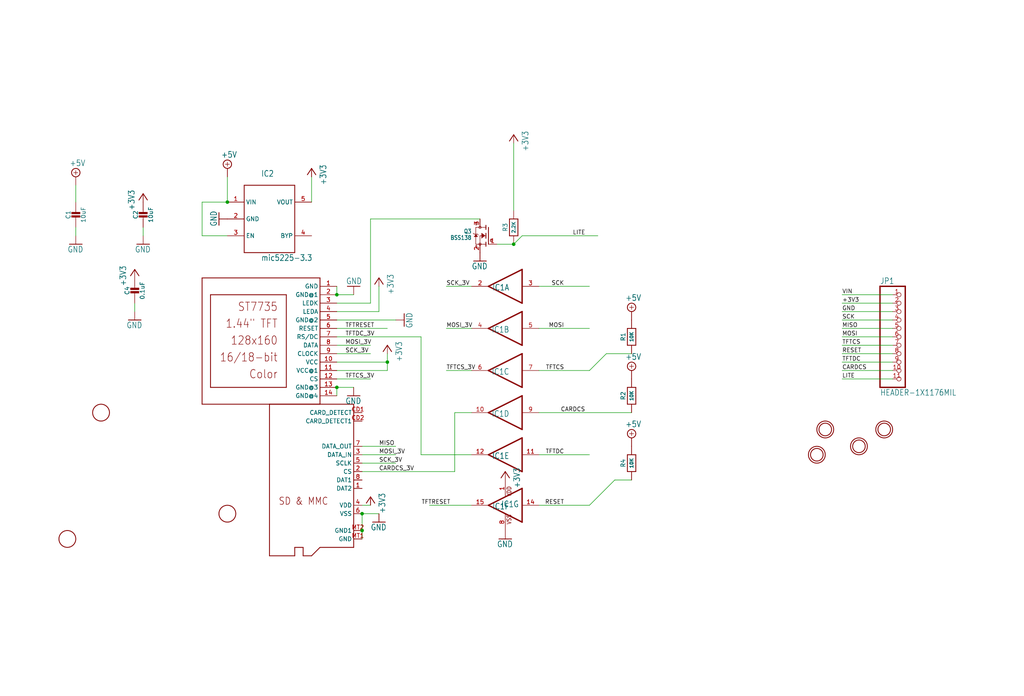
<source format=kicad_sch>
(kicad_sch (version 20211123) (generator eeschema)
  (paper "User" 308.889 210.007)
  (lib_symbols
    (symbol "eagleSchem-eagle-import:+3V3" (power)
      (property "Value" "+3V3" (at -2.54 -5.08 90))
      (symbol "+3V3_1_0"
        (polyline (pts (xy 0 0) (xy -1.27 -1.905)) (stroke (width 0.254)))
        (polyline (pts (xy 1.27 -1.905) (xy 0 0)) (stroke (width 0.254)))
        (pin power_in line (at 0 -2.54 90) (length 2.54) (name "+3V3") (number "1"))
      )
    )
    (symbol "eagleSchem-eagle-import:+5V" (power)
      (property "Value" "+5V" (at -1.905 3.175 0))
      (symbol "+5V_1_0"
        (polyline (pts (xy -0.635 1.27) (xy 0.635 1.27)) (stroke (width 0.1524)))
        (polyline (pts (xy 0 0.635) (xy 0 1.905)) (stroke (width 0.1524)))
        (circle (center 0 1.27) (radius 1.27) (stroke (width 0.254)))
        (pin power_in line (at 0 -2.54 90) (length 2.54) (name "+5V") (number "1"))
      )
    )
    (symbol "eagleSchem-eagle-import:4050D"
      (property "Reference" "IC" (at -1.27 -0.635 0))
      (symbol "4050D_1_0"
        (polyline (pts (xy -5.08 -5.08) (xy 5.08 0)) (stroke (width 0.4064)))
        (polyline (pts (xy -5.08 5.08) (xy -5.08 -5.08)) (stroke (width 0.4064)))
        (polyline (pts (xy 5.08 0) (xy -5.08 5.08)) (stroke (width 0.4064)))
        (pin output line (at 10.16 0 180) (length 5.08) (name "O") (number "2"))
        (pin input line (at -10.16 0 0) (length 5.08) (name "I") (number "3"))
      )
      (symbol "4050D_2_0"
        (polyline (pts (xy -5.08 -5.08) (xy 5.08 0)) (stroke (width 0.4064)))
        (polyline (pts (xy -5.08 5.08) (xy -5.08 -5.08)) (stroke (width 0.4064)))
        (polyline (pts (xy 5.08 0) (xy -5.08 5.08)) (stroke (width 0.4064)))
        (pin output line (at 10.16 0 180) (length 5.08) (name "O") (number "4"))
        (pin input line (at -10.16 0 0) (length 5.08) (name "I") (number "5"))
      )
      (symbol "4050D_3_0"
        (polyline (pts (xy -5.08 -5.08) (xy 5.08 0)) (stroke (width 0.4064)))
        (polyline (pts (xy -5.08 5.08) (xy -5.08 -5.08)) (stroke (width 0.4064)))
        (polyline (pts (xy 5.08 0) (xy -5.08 5.08)) (stroke (width 0.4064)))
        (pin output line (at 10.16 0 180) (length 5.08) (name "O") (number "6"))
        (pin input line (at -10.16 0 0) (length 5.08) (name "I") (number "7"))
      )
      (symbol "4050D_4_0"
        (polyline (pts (xy -5.08 -5.08) (xy 5.08 0)) (stroke (width 0.4064)))
        (polyline (pts (xy -5.08 5.08) (xy -5.08 -5.08)) (stroke (width 0.4064)))
        (polyline (pts (xy 5.08 0) (xy -5.08 5.08)) (stroke (width 0.4064)))
        (pin output line (at 10.16 0 180) (length 5.08) (name "O") (number "10"))
        (pin input line (at -10.16 0 0) (length 5.08) (name "I") (number "9"))
      )
      (symbol "4050D_5_0"
        (polyline (pts (xy -5.08 -5.08) (xy 5.08 0)) (stroke (width 0.4064)))
        (polyline (pts (xy -5.08 5.08) (xy -5.08 -5.08)) (stroke (width 0.4064)))
        (polyline (pts (xy 5.08 0) (xy -5.08 5.08)) (stroke (width 0.4064)))
        (pin input line (at -10.16 0 0) (length 5.08) (name "I") (number "11"))
        (pin output line (at 10.16 0 180) (length 5.08) (name "O") (number "12"))
      )
      (symbol "4050D_6_0"
        (polyline (pts (xy -5.08 -5.08) (xy 5.08 0)) (stroke (width 0.4064)))
        (polyline (pts (xy -5.08 5.08) (xy -5.08 -5.08)) (stroke (width 0.4064)))
        (polyline (pts (xy 5.08 0) (xy -5.08 5.08)) (stroke (width 0.4064)))
        (pin input line (at -10.16 0 0) (length 5.08) (name "I") (number "14"))
        (pin output line (at 10.16 0 180) (length 5.08) (name "O") (number "15"))
      )
      (symbol "4050D_7_0"
        (text "VDD" (at 1.905 2.54 900) (effects (font (size 1.27 1.0795)) (justify left bottom)))
        (text "VSS" (at 1.905 -5.842 900) (effects (font (size 1.27 1.0795)) (justify left bottom)))
        (pin power_in line (at 0 7.62 270) (length 5.08) (name "VDD") (number "1"))
        (pin power_in line (at 0 -7.62 90) (length 5.08) (name "VSS") (number "8"))
      )
    )
    (symbol "eagleSchem-eagle-import:CAP_CERAMIC0805-NOOUTLINE"
      (property "Reference" "C" (at -2.29 1.25 90))
      (property "Value" "CAP_CERAMIC0805-NOOUTLINE" (at 2.3 1.25 90))
      (symbol "CAP_CERAMIC0805-NOOUTLINE_1_0"
        (rectangle (start -1.27 0.508) (end 1.27 1.016) (fill (type outline)))
        (rectangle (start -1.27 1.524) (end 1.27 2.032) (fill (type outline)))
        (polyline (pts (xy 0 0.762) (xy 0 0)) (stroke (width 0.1524)))
        (polyline (pts (xy 0 2.54) (xy 0 1.778)) (stroke (width 0.1524)))
        (pin passive line (at 0 5.08 270) (length 2.54) (name "1") (number "1"))
        (pin passive line (at 0 -2.54 90) (length 2.54) (name "2") (number "2"))
      )
    )
    (symbol "eagleSchem-eagle-import:DISP_LCD_ST7735_1.44IN"
      (symbol "DISP_LCD_ST7735_1.44IN_1_0"
        (polyline (pts (xy -10.16 -17.78) (xy -10.16 20.32)) (stroke (width 0.254)))
        (polyline (pts (xy -10.16 20.32) (xy 25.4 20.32)) (stroke (width 0.254)))
        (polyline (pts (xy 0 -12.7) (xy 0 15.24)) (stroke (width 0.254)))
        (polyline (pts (xy 0 15.24) (xy 22.86 15.24)) (stroke (width 0.254)))
        (polyline (pts (xy 22.86 -12.7) (xy 0 -12.7)) (stroke (width 0.254)))
        (polyline (pts (xy 22.86 15.24) (xy 22.86 -12.7)) (stroke (width 0.254)))
        (polyline (pts (xy 25.4 -17.78) (xy -10.16 -17.78)) (stroke (width 0.254)))
        (polyline (pts (xy 25.4 20.32) (xy 25.4 -17.78)) (stroke (width 0.254)))
        (text "1.44\" TFT" (at 2.54 5.08 0) (effects (font (size 2.54 2.159)) (justify left bottom)))
        (text "128x160" (at 2.54 0 0) (effects (font (size 2.54 2.159)) (justify left bottom)))
        (text "16/18-bit" (at 2.54 -5.08 0) (effects (font (size 2.54 2.159)) (justify left bottom)))
        (text "Color" (at 2.54 -10.16 0) (effects (font (size 2.54 2.159)) (justify left bottom)))
        (text "ST7735" (at 2.54 10.16 0) (effects (font (size 2.54 2.159)) (justify left bottom)))
        (pin power_in line (at -15.24 17.78 0) (length 5.08) (name "GND") (number "1"))
        (pin power_in line (at -15.24 -5.08 0) (length 5.08) (name "VCC") (number "10"))
        (pin power_in line (at -15.24 -7.62 0) (length 5.08) (name "VCC@1") (number "11"))
        (pin input line (at -15.24 -10.16 0) (length 5.08) (name "CS") (number "12"))
        (pin power_in line (at -15.24 -12.7 0) (length 5.08) (name "GND@3") (number "13"))
        (pin power_in line (at -15.24 -15.24 0) (length 5.08) (name "GND@4") (number "14"))
        (pin power_in line (at -15.24 15.24 0) (length 5.08) (name "GND@1") (number "2"))
        (pin input line (at -15.24 12.7 0) (length 5.08) (name "LEDK") (number "3"))
        (pin input line (at -15.24 10.16 0) (length 5.08) (name "LEDA") (number "4"))
        (pin power_in line (at -15.24 7.62 0) (length 5.08) (name "GND@2") (number "5"))
        (pin input line (at -15.24 5.08 0) (length 5.08) (name "RESET") (number "6"))
        (pin input line (at -15.24 2.54 0) (length 5.08) (name "RS/DC") (number "7"))
        (pin bidirectional line (at -15.24 0 0) (length 5.08) (name "DATA") (number "8"))
        (pin input line (at -15.24 -2.54 0) (length 5.08) (name "CLOCK") (number "9"))
      )
    )
    (symbol "eagleSchem-eagle-import:FIDUCIAL"
      (symbol "FIDUCIAL_1_0"
        (circle (center 0 0) (radius 2.54) (stroke (width 0.254)))
      )
    )
    (symbol "eagleSchem-eagle-import:GND" (power)
      (property "Value" "GND" (at -2.54 -2.54 0))
      (symbol "GND_1_0"
        (polyline (pts (xy -1.905 0) (xy 1.905 0)) (stroke (width 0.254)))
        (pin power_in line (at 0 2.54 270) (length 2.54) (name "GND") (number "1"))
      )
    )
    (symbol "eagleSchem-eagle-import:HEADER-1X1176MIL"
      (property "Reference" "JP" (at -6.35 15.875 0))
      (property "Value" "HEADER-1X1176MIL" (at -6.35 -17.78 0))
      (symbol "HEADER-1X1176MIL_1_0"
        (polyline (pts (xy -6.35 -15.24) (xy 1.27 -15.24)) (stroke (width 0.4064)))
        (polyline (pts (xy -6.35 15.24) (xy -6.35 -15.24)) (stroke (width 0.4064)))
        (polyline (pts (xy 1.27 -15.24) (xy 1.27 15.24)) (stroke (width 0.4064)))
        (polyline (pts (xy 1.27 15.24) (xy -6.35 15.24)) (stroke (width 0.4064)))
        (pin passive inverted (at -2.54 12.7 0) (length 2.54) (name "1") (number "1"))
        (pin passive inverted (at -2.54 -10.16 0) (length 2.54) (name "10") (number "10"))
        (pin passive inverted (at -2.54 -12.7 0) (length 2.54) (name "11") (number "11"))
        (pin passive inverted (at -2.54 10.16 0) (length 2.54) (name "2") (number "2"))
        (pin passive inverted (at -2.54 7.62 0) (length 2.54) (name "3") (number "3"))
        (pin passive inverted (at -2.54 5.08 0) (length 2.54) (name "4") (number "4"))
        (pin passive inverted (at -2.54 2.54 0) (length 2.54) (name "5") (number "5"))
        (pin passive inverted (at -2.54 0 0) (length 2.54) (name "6") (number "6"))
        (pin passive inverted (at -2.54 -2.54 0) (length 2.54) (name "7") (number "7"))
        (pin passive inverted (at -2.54 -5.08 0) (length 2.54) (name "8") (number "8"))
        (pin passive inverted (at -2.54 -7.62 0) (length 2.54) (name "9") (number "9"))
      )
    )
    (symbol "eagleSchem-eagle-import:LP298XS"
      (property "Reference" "IC" (at -12.7 -5.08 90))
      (property "Value" "LP298XS" (at 12.7 -5.08 90))
      (symbol "LP298XS_1_0"
        (polyline (pts (xy -10.16 -10.16) (xy 10.16 -10.16)) (stroke (width 0.254)))
        (polyline (pts (xy -10.16 5.08) (xy -10.16 -10.16)) (stroke (width 0.254)))
        (polyline (pts (xy 10.16 -10.16) (xy 10.16 5.08)) (stroke (width 0.254)))
        (polyline (pts (xy 10.16 5.08) (xy -10.16 5.08)) (stroke (width 0.254)))
        (pin bidirectional line (at -5.08 -15.24 90) (length 5.08) (name "VIN") (number "1"))
        (pin bidirectional line (at 0 -15.24 90) (length 5.08) (name "GND") (number "2"))
        (pin bidirectional line (at 5.08 -15.24 90) (length 5.08) (name "EN") (number "3"))
        (pin bidirectional line (at 5.08 10.16 270) (length 5.08) (name "BYP") (number "4"))
        (pin bidirectional line (at -5.08 10.16 270) (length 5.08) (name "VOUT") (number "5"))
      )
    )
    (symbol "eagleSchem-eagle-import:MICROSD"
      (symbol "MICROSD_1_0"
        (polyline (pts (xy -15.24 -22.86) (xy -5.08 -22.86)) (stroke (width 0.254)))
        (polyline (pts (xy -15.24 20.32) (xy -15.24 -22.86)) (stroke (width 0.254)))
        (polyline (pts (xy -5.08 -22.86) (xy -2.54 -25.4)) (stroke (width 0.254)))
        (polyline (pts (xy -2.54 -25.4) (xy 0 -25.4)) (stroke (width 0.254)))
        (polyline (pts (xy 0 -25.4) (xy 0 -22.86)) (stroke (width 0.254)))
        (polyline (pts (xy 0 -22.86) (xy 2.54 -22.86)) (stroke (width 0.254)))
        (polyline (pts (xy 2.54 -25.4) (xy 10.16 -25.4)) (stroke (width 0.254)))
        (polyline (pts (xy 2.54 -22.86) (xy 2.54 -25.4)) (stroke (width 0.254)))
        (polyline (pts (xy 10.16 -25.4) (xy 10.16 20.32)) (stroke (width 0.254)))
        (polyline (pts (xy 10.16 20.32) (xy -15.24 20.32)) (stroke (width 0.254)))
        (text "SD & MMC" (at -7.62 -10.16 0) (effects (font (size 2.1844 1.8567)) (justify left bottom)))
        (pin bidirectional line (at -17.78 -5.08 0) (length 2.54) (name "DAT2") (number "1"))
        (pin input line (at -17.78 0 0) (length 2.54) (name "CS") (number "2"))
        (pin input line (at -17.78 5.08 0) (length 2.54) (name "DATA_IN") (number "3"))
        (pin power_in line (at -17.78 -10.16 0) (length 2.54) (name "VDD") (number "4"))
        (pin input line (at -17.78 2.54 0) (length 2.54) (name "SCLK") (number "5"))
        (pin power_in line (at -17.78 -12.7 0) (length 2.54) (name "VSS") (number "6"))
        (pin output line (at -17.78 7.62 0) (length 2.54) (name "DATA_OUT") (number "7"))
        (pin bidirectional line (at -17.78 -2.54 0) (length 2.54) (name "DAT1") (number "8"))
        (pin passive line (at -17.78 17.78 0) (length 2.54) (name "CARD_DETECT") (number "CD1"))
        (pin passive line (at -17.78 15.24 0) (length 2.54) (name "CARD_DETECT1") (number "CD2"))
        (pin power_in line (at -17.78 -20.32 0) (length 2.54) (name "GND") (number "MT1"))
        (pin power_in line (at -17.78 -17.78 0) (length 2.54) (name "GND1") (number "MT2"))
      )
    )
    (symbol "eagleSchem-eagle-import:MOSFET-NWIDE"
      (property "Reference" "Q" (at 5.08 0.635 0))
      (property "Value" "MOSFET-NWIDE" (at 5.08 -1.27 0))
      (symbol "MOSFET-NWIDE_1_0"
        (polyline (pts (xy 0 2.54) (xy 0 -2.54)) (stroke (width 0.254)))
        (polyline (pts (xy 0.762 -2.54) (xy 0.762 -3.175)) (stroke (width 0.254)))
        (polyline (pts (xy 0.762 -1.905) (xy 0.762 -2.54)) (stroke (width 0.254)))
        (polyline (pts (xy 0.762 0) (xy 0.762 -0.762)) (stroke (width 0.254)))
        (polyline (pts (xy 0.762 0) (xy 2.54 0)) (stroke (width 0.1524)))
        (polyline (pts (xy 0.762 0.762) (xy 0.762 0)) (stroke (width 0.254)))
        (polyline (pts (xy 0.762 2.54) (xy 0.762 1.905)) (stroke (width 0.254)))
        (polyline (pts (xy 0.762 2.54) (xy 3.81 2.54)) (stroke (width 0.1524)))
        (polyline (pts (xy 0.762 3.175) (xy 0.762 2.54)) (stroke (width 0.254)))
        (polyline (pts (xy 2.54 -2.54) (xy 0.762 -2.54)) (stroke (width 0.1524)))
        (polyline (pts (xy 2.54 -2.54) (xy 3.81 -2.54)) (stroke (width 0.1524)))
        (polyline (pts (xy 2.54 0) (xy 2.54 -2.54)) (stroke (width 0.1524)))
        (polyline (pts (xy 3.302 0.508) (xy 3.048 0.254)) (stroke (width 0.1524)))
        (polyline (pts (xy 3.81 0.508) (xy 3.302 0.508)) (stroke (width 0.1524)))
        (polyline (pts (xy 3.81 0.508) (xy 3.81 -2.54)) (stroke (width 0.1524)))
        (polyline (pts (xy 3.81 2.54) (xy 3.81 0.508)) (stroke (width 0.1524)))
        (polyline (pts (xy 4.318 0.508) (xy 3.81 0.508)) (stroke (width 0.1524)))
        (polyline (pts (xy 4.572 0.762) (xy 4.318 0.508)) (stroke (width 0.1524)))
        (polyline (pts (xy 1.016 0) (xy 2.032 0.762) (xy 2.032 -0.762)) (fill (type outline)))
        (polyline (pts (xy 3.81 0.508) (xy 3.302 -0.254) (xy 4.318 -0.254)) (fill (type outline)))
        (circle (center 2.54 -2.54) (radius 0.3592))
        (circle (center 2.54 2.54) (radius 0.3592))
        (text "D" (at 3.175 3.175 0) (effects (font (size 0.8128 0.6908)) (justify left bottom)))
        (text "G" (at -1.27 -1.905 0) (effects (font (size 0.8128 0.6908)) (justify left bottom)))
        (text "S" (at 3.175 -3.81 0) (effects (font (size 0.8128 0.6908)) (justify left bottom)))
        (pin bidirectional line (at -2.54 -2.54 0) (length 2.54) (name "G") (number "1"))
        (pin bidirectional line (at 2.54 -5.08 90) (length 2.54) (name "S") (number "2"))
        (pin bidirectional line (at 2.54 5.08 270) (length 2.54) (name "D") (number "3"))
      )
    )
    (symbol "eagleSchem-eagle-import:MOUNTINGHOLE2.5"
      (symbol "MOUNTINGHOLE2.5_1_0"
        (circle (center 0 0) (radius 1.905) (stroke (width 0.254)))
        (circle (center 0 0) (radius 2.54) (stroke (width 0.254)))
      )
    )
    (symbol "eagleSchem-eagle-import:RESISTOR0805_NOOUTLINE"
      (property "Reference" "R" (at 0 2.54 0))
      (property "Value" "RESISTOR0805_NOOUTLINE" (at 0 0 0))
      (symbol "RESISTOR0805_NOOUTLINE_1_0"
        (polyline (pts (xy -2.54 -1.27) (xy -2.54 1.27)) (stroke (width 0.254)))
        (polyline (pts (xy -2.54 1.27) (xy 2.54 1.27)) (stroke (width 0.254)))
        (polyline (pts (xy 2.54 -1.27) (xy -2.54 -1.27)) (stroke (width 0.254)))
        (polyline (pts (xy 2.54 1.27) (xy 2.54 -1.27)) (stroke (width 0.254)))
        (pin passive line (at -5.08 0 0) (length 2.54) (name "1") (number "1"))
        (pin passive line (at 5.08 0 180) (length 2.54) (name "2") (number "2"))
      )
    )
  )
  (junction (at 68.58 60.96))
  (junction (at 101.6 88.9))
  (junction (at 109.22 160.02))
  (junction (at 154.94 73.66))
  (junction (at 116.84 109.22))
  (junction (at 101.6 116.84))
  (junction (at 109.22 154.94))
  (wire (pts (xy 162.56 152.4) (xy 177.8 152.4)))
  (wire (pts (xy 154.94 43.18) (xy 154.94 63.5)))
  (wire (pts (xy 162.56 137.16) (xy 177.8 137.16)))
  (wire (pts (xy 269.24 109.22) (xy 254 109.22)))
  (wire (pts (xy 109.22 134.62) (xy 119.38 134.62)))
  (wire (pts (xy 106.68 88.9) (xy 101.6 88.9)))
  (wire (pts (xy 101.6 88.9) (xy 101.6 86.36)))
  (wire (pts (xy 269.24 96.52) (xy 254 96.52)))
  (wire (pts (xy 119.38 137.16) (xy 109.22 137.16)))
  (wire (pts (xy 142.24 99.06) (xy 134.62 99.06)))
  (wire (pts (xy 114.3 154.94) (xy 109.22 154.94)))
  (wire (pts (xy 162.56 124.46) (xy 190.5 124.46)))
  (wire (pts (xy 22.86 71.12) (xy 22.86 68.58)))
  (wire (pts (xy 182.88 106.68) (xy 190.5 106.68)))
  (wire (pts (xy 114.3 93.98) (xy 101.6 93.98)))
  (wire (pts (xy 116.84 109.22) (xy 101.6 109.22)))
  (wire (pts (xy 68.58 71.12) (xy 60.96 71.12)))
  (wire (pts (xy 119.38 139.7) (xy 109.22 139.7)))
  (wire (pts (xy 111.76 66.04) (xy 144.78 66.04)))
  (wire (pts (xy 185.42 144.78) (xy 190.5 144.78)))
  (wire (pts (xy 269.24 106.68) (xy 254 106.68)))
  (wire (pts (xy 142.24 137.16) (xy 127 137.16)))
  (wire (pts (xy 40.64 93.98) (xy 40.64 91.44)))
  (wire (pts (xy 60.96 60.96) (xy 68.58 60.96)))
  (wire (pts (xy 101.6 91.44) (xy 111.76 91.44)))
  (wire (pts (xy 162.56 99.06) (xy 177.8 99.06)))
  (wire (pts (xy 127 137.16) (xy 127 101.6)))
  (wire (pts (xy 177.8 152.4) (xy 185.42 144.78)))
  (wire (pts (xy 111.76 91.44) (xy 111.76 66.04)))
  (wire (pts (xy 116.84 109.22) (xy 116.84 111.76)))
  (wire (pts (xy 111.76 114.3) (xy 101.6 114.3)))
  (wire (pts (xy 162.56 86.36) (xy 177.8 86.36)))
  (wire (pts (xy 154.94 73.66) (xy 157.48 71.12)))
  (wire (pts (xy 109.22 162.56) (xy 109.22 160.02)))
  (wire (pts (xy 254 99.06) (xy 269.24 99.06)))
  (wire (pts (xy 177.8 111.76) (xy 182.88 106.68)))
  (wire (pts (xy 22.86 55.88) (xy 22.86 60.96)))
  (wire (pts (xy 269.24 88.9) (xy 254 88.9)))
  (wire (pts (xy 111.76 152.4) (xy 109.22 152.4)))
  (wire (pts (xy 149.86 73.66) (xy 154.94 73.66)))
  (wire (pts (xy 177.8 111.76) (xy 162.56 111.76)))
  (wire (pts (xy 60.96 71.12) (xy 60.96 60.96)))
  (wire (pts (xy 137.16 124.46) (xy 137.16 142.24)))
  (wire (pts (xy 142.24 111.76) (xy 134.62 111.76)))
  (wire (pts (xy 114.3 86.36) (xy 114.3 93.98)))
  (wire (pts (xy 111.76 104.14) (xy 101.6 104.14)))
  (wire (pts (xy 101.6 116.84) (xy 101.6 119.38)))
  (wire (pts (xy 254 104.14) (xy 269.24 104.14)))
  (wire (pts (xy 269.24 101.6) (xy 254 101.6)))
  (wire (pts (xy 116.84 111.76) (xy 101.6 111.76)))
  (wire (pts (xy 269.24 93.98) (xy 254 93.98)))
  (wire (pts (xy 269.24 114.3) (xy 254 114.3)))
  (wire (pts (xy 142.24 124.46) (xy 137.16 124.46)))
  (wire (pts (xy 157.48 71.12) (xy 180.34 71.12)))
  (wire (pts (xy 109.22 160.02) (xy 109.22 154.94)))
  (wire (pts (xy 119.38 96.52) (xy 101.6 96.52)))
  (wire (pts (xy 43.18 71.12) (xy 43.18 68.58)))
  (wire (pts (xy 137.16 142.24) (xy 109.22 142.24)))
  (wire (pts (xy 116.84 99.06) (xy 101.6 99.06)))
  (wire (pts (xy 142.24 86.36) (xy 134.62 86.36)))
  (wire (pts (xy 127 101.6) (xy 101.6 101.6)))
  (wire (pts (xy 68.58 53.34) (xy 68.58 60.96)))
  (wire (pts (xy 269.24 111.76) (xy 254 111.76)))
  (wire (pts (xy 111.76 106.68) (xy 101.6 106.68)))
  (wire (pts (xy 142.24 152.4) (xy 129.54 152.4)))
  (wire (pts (xy 116.84 106.68) (xy 116.84 109.22)))
  (wire (pts (xy 93.98 53.34) (xy 93.98 60.96)))
  (wire (pts (xy 106.68 116.84) (xy 101.6 116.84)))
  (wire (pts (xy 254 91.44) (xy 269.24 91.44)))
  (label "TFTRESET" (at 104.14 99.06 0) (effects (font (size 1.2446 1.2446))))
  (label "MOSI_3V" (at 104.14 104.14 0) (effects (font (size 1.2446 1.2446))))
  (label "GND" (at 254 93.98 0) (effects (font (size 1.2446 1.2446))))
  (label "VIN" (at 254 88.9 0) (effects (font (size 1.2446 1.2446))))
  (label "CARDCS" (at 254 111.76 0) (effects (font (size 1.2446 1.2446))))
  (label "TFTCS" (at 170.18 111.76 180) (effects (font (size 1.2446 1.2446))))
  (label "TFTDC" (at 170.18 137.16 180) (effects (font (size 1.2446 1.2446))))
  (label "CARDCS" (at 176.53 124.46 180) (effects (font (size 1.2446 1.2446))))
  (label "+3V3" (at 254 91.44 0) (effects (font (size 1.2446 1.2446))))
  (label "LITE" (at 254 114.3 0) (effects (font (size 1.2446 1.2446))))
  (label "TFTRESET" (at 135.89 152.4 180) (effects (font (size 1.2446 1.2446))))
  (label "TFTCS_3V" (at 104.14 114.3 0) (effects (font (size 1.2446 1.2446))))
  (label "MOSI" (at 170.18 99.06 180) (effects (font (size 1.2446 1.2446))))
  (label "SCK_3V" (at 104.14 106.68 0) (effects (font (size 1.2446 1.2446))))
  (label "MISO" (at 114.3 134.62 0) (effects (font (size 1.2446 1.2446))))
  (label "LITE" (at 172.72 71.12 0) (effects (font (size 1.2446 1.2446))))
  (label "SCK_3V" (at 134.62 86.36 0) (effects (font (size 1.2446 1.2446))))
  (label "TFTCS" (at 254 104.14 0) (effects (font (size 1.2446 1.2446))))
  (label "CARDCS_3V" (at 114.3 142.24 0) (effects (font (size 1.2446 1.2446))))
  (label "SCK" (at 170.18 86.36 180) (effects (font (size 1.2446 1.2446))))
  (label "TFTDC" (at 254 109.22 0) (effects (font (size 1.2446 1.2446))))
  (label "MOSI_3V" (at 114.3 137.16 0) (effects (font (size 1.2446 1.2446))))
  (label "SCK_3V" (at 114.3 139.7 0) (effects (font (size 1.2446 1.2446))))
  (label "MISO" (at 254 99.06 0) (effects (font (size 1.2446 1.2446))))
  (label "TFTCS_3V" (at 134.62 111.76 0) (effects (font (size 1.2446 1.2446))))
  (label "RESET" (at 170.18 152.4 180) (effects (font (size 1.2446 1.2446))))
  (label "RESET" (at 254 106.68 0) (effects (font (size 1.2446 1.2446))))
  (label "MOSI" (at 254 101.6 0) (effects (font (size 1.2446 1.2446))))
  (label "TFTDC_3V" (at 104.14 101.6 0) (effects (font (size 1.2446 1.2446))))
  (label "MOSI_3V" (at 134.62 99.06 0) (effects (font (size 1.2446 1.2446))))
  (label "SCK" (at 254 96.52 0) (effects (font (size 1.2446 1.2446))))
  (symbol (lib_id "eagleSchem-eagle-import:MOUNTINGHOLE2.5") (at 246.38 137.16 0) (unit 1)
    (property "Reference" "U$10" (effects hide))
    (property "Value" "MOUNTINGHOLE2.5" (effects hide))
    (property "Footprint" "eagleSchem:MOUNTINGHOLE_2.5_PLATED" (effects hide))
  )
  (symbol (lib_id "eagleSchem-eagle-import:+5V") (at 190.5 93.98 0) (unit 1)
    (property "Reference" "#SUPPLY1" (effects hide))
    (property "Value" "+5V" (at 188.595 90.805 0) (effects (font (size 1.778 1.5113)) (justify left bottom)))
    (property "Footprint" "eagleSchem:" (effects hide))
  )
  (symbol (lib_id "eagleSchem-eagle-import:+3V3") (at 111.76 149.86 0) (mirror y) (unit 1)
    (property "Reference" "#+3V4" (effects hide))
    (property "Value" "+3V3" (at 114.3 154.94 90) (effects (font (size 1.778 1.5113)) (justify left bottom)))
    (property "Footprint" "eagleSchem:" (effects hide))
  )
  (symbol (lib_id "eagleSchem-eagle-import:+5V") (at 190.5 111.76 0) (unit 1)
    (property "Reference" "#SUPPLY4" (effects hide))
    (property "Value" "+5V" (at 188.595 108.585 0) (effects (font (size 1.778 1.5113)) (justify left bottom)))
    (property "Footprint" "eagleSchem:" (effects hide))
  )
  (symbol (lib_id "eagleSchem-eagle-import:MOUNTINGHOLE2.5") (at 248.92 129.54 0) (unit 1)
    (property "Reference" "U$7" (effects hide))
    (property "Value" "MOUNTINGHOLE2.5" (effects hide))
    (property "Footprint" "eagleSchem:MOUNTINGHOLE_2.5_PLATED" (effects hide))
  )
  (symbol (lib_id "eagleSchem-eagle-import:GND") (at 152.4 162.56 0) (unit 1)
    (property "Reference" "#GND8" (effects hide))
    (property "Value" "GND" (at 149.86 165.1 0) (effects (font (size 1.778 1.5113)) (justify left bottom)))
    (property "Footprint" "eagleSchem:" (effects hide))
  )
  (symbol (lib_id "eagleSchem-eagle-import:GND") (at 40.64 96.52 0) (unit 1)
    (property "Reference" "#GND13" (effects hide))
    (property "Value" "GND" (at 38.1 99.06 0) (effects (font (size 1.778 1.5113)) (justify left bottom)))
    (property "Footprint" "eagleSchem:" (effects hide))
  )
  (symbol (lib_id "eagleSchem-eagle-import:GND") (at 106.68 119.38 0) (unit 1)
    (property "Reference" "#GND2" (effects hide))
    (property "Value" "GND" (at 104.14 121.92 0) (effects (font (size 1.778 1.5113)) (justify left bottom)))
    (property "Footprint" "eagleSchem:" (effects hide))
  )
  (symbol (lib_id "eagleSchem-eagle-import:LP298XS") (at 83.82 66.04 270) (unit 1)
    (property "Reference" "IC2" (at 78.74 53.34 90) (effects (font (size 1.778 1.5113)) (justify left bottom)))
    (property "Value" "mic5225-3.3" (at 78.74 78.74 90) (effects (font (size 1.778 1.5113)) (justify left bottom)))
    (property "Footprint" "eagleSchem:SOT23-5L" (effects hide))
  )
  (symbol (lib_id "eagleSchem-eagle-import:CAP_CERAMIC0805-NOOUTLINE") (at 43.18 66.04 0) (unit 1)
    (property "Reference" "C2" (at 40.89 64.79 90))
    (property "Value" "10uF" (at 45.48 64.79 90))
    (property "Footprint" "eagleSchem:0805-NO" (effects hide))
  )
  (symbol (lib_id "eagleSchem-eagle-import:4050D") (at 152.4 152.4 0) (unit 7)
    (property "Reference" "IC1" (at 151.13 153.035 0) (effects (font (size 1.778 1.5113)) (justify left bottom)))
    (property "Value" "4050D" (effects hide))
    (property "Footprint" "eagleSchem:SO16" (effects hide))
  )
  (symbol (lib_id "eagleSchem-eagle-import:GND") (at 144.78 78.74 0) (unit 1)
    (property "Reference" "#GND5" (effects hide))
    (property "Value" "GND" (at 142.24 81.28 0) (effects (font (size 1.778 1.5113)) (justify left bottom)))
    (property "Footprint" "eagleSchem:" (effects hide))
  )
  (symbol (lib_id "eagleSchem-eagle-import:GND") (at 43.18 73.66 0) (unit 1)
    (property "Reference" "#GND11" (effects hide))
    (property "Value" "GND" (at 40.64 76.2 0) (effects (font (size 1.778 1.5113)) (justify left bottom)))
    (property "Footprint" "eagleSchem:" (effects hide))
  )
  (symbol (lib_id "eagleSchem-eagle-import:+3V3") (at 154.94 40.64 0) (mirror y) (unit 1)
    (property "Reference" "#+3V9" (effects hide))
    (property "Value" "+3V3" (at 157.48 45.72 90) (effects (font (size 1.778 1.5113)) (justify left bottom)))
    (property "Footprint" "eagleSchem:" (effects hide))
  )
  (symbol (lib_id "eagleSchem-eagle-import:GND") (at 121.92 96.52 90) (unit 1)
    (property "Reference" "#GND3" (effects hide))
    (property "Value" "GND" (at 124.46 99.06 0) (effects (font (size 1.778 1.5113)) (justify left bottom)))
    (property "Footprint" "eagleSchem:" (effects hide))
  )
  (symbol (lib_id "eagleSchem-eagle-import:+3V3") (at 114.3 83.82 0) (mirror y) (unit 1)
    (property "Reference" "#+3V1" (effects hide))
    (property "Value" "+3V3" (at 116.84 88.9 90) (effects (font (size 1.778 1.5113)) (justify left bottom)))
    (property "Footprint" "eagleSchem:" (effects hide))
  )
  (symbol (lib_id "eagleSchem-eagle-import:RESISTOR0805_NOOUTLINE") (at 190.5 119.38 90) (unit 1)
    (property "Reference" "R2" (at 187.96 119.38 0))
    (property "Value" "10K" (at 190.5 119.38 0) (effects (font (size 1.016 1.016) bold)))
    (property "Footprint" "eagleSchem:0805-NO" (effects hide))
  )
  (symbol (lib_id "eagleSchem-eagle-import:4050D") (at 152.4 86.36 180) (unit 1)
    (property "Reference" "IC1" (at 153.67 85.725 0) (effects (font (size 1.778 1.5113)) (justify left bottom)))
    (property "Value" "4050D" (effects hide))
    (property "Footprint" "eagleSchem:SO16" (effects hide))
  )
  (symbol (lib_id "eagleSchem-eagle-import:4050D") (at 152.4 99.06 180) (unit 2)
    (property "Reference" "IC1" (at 153.67 98.425 0) (effects (font (size 1.778 1.5113)) (justify left bottom)))
    (property "Value" "4050D" (effects hide))
    (property "Footprint" "eagleSchem:SO16" (effects hide))
  )
  (symbol (lib_id "eagleSchem-eagle-import:FIDUCIAL") (at 68.58 154.94 0) (unit 1)
    (property "Reference" "U$4" (effects hide))
    (property "Value" "FIDUCIAL" (effects hide))
    (property "Footprint" "eagleSchem:FIDUCIAL_1MM" (effects hide))
  )
  (symbol (lib_id "eagleSchem-eagle-import:FIDUCIAL") (at 30.48 124.46 0) (unit 1)
    (property "Reference" "U$3" (effects hide))
    (property "Value" "FIDUCIAL" (effects hide))
    (property "Footprint" "eagleSchem:FIDUCIAL_1MM" (effects hide))
  )
  (symbol (lib_id "eagleSchem-eagle-import:CAP_CERAMIC0805-NOOUTLINE") (at 40.64 88.9 0) (unit 1)
    (property "Reference" "C4" (at 38.35 87.65 90))
    (property "Value" "0.1uF" (at 42.94 87.65 90))
    (property "Footprint" "eagleSchem:0805-NO" (effects hide))
  )
  (symbol (lib_id "eagleSchem-eagle-import:4050D") (at 152.4 137.16 180) (unit 5)
    (property "Reference" "IC1" (at 153.67 136.525 0) (effects (font (size 1.778 1.5113)) (justify left bottom)))
    (property "Value" "4050D" (effects hide))
    (property "Footprint" "eagleSchem:SO16" (effects hide))
  )
  (symbol (lib_id "eagleSchem-eagle-import:HEADER-1X1176MIL") (at 271.78 101.6 0) (unit 1)
    (property "Reference" "JP1" (at 265.43 85.725 0) (effects (font (size 1.778 1.5113)) (justify left bottom)))
    (property "Value" "HEADER-1X1176MIL" (at 265.43 119.38 0) (effects (font (size 1.778 1.5113)) (justify left bottom)))
    (property "Footprint" "eagleSchem:1X11_ROUND_76" (effects hide))
  )
  (symbol (lib_id "eagleSchem-eagle-import:GND") (at 66.04 66.04 270) (unit 1)
    (property "Reference" "#GND9" (effects hide))
    (property "Value" "GND" (at 63.5 63.5 0) (effects (font (size 1.778 1.5113)) (justify left bottom)))
    (property "Footprint" "eagleSchem:" (effects hide))
  )
  (symbol (lib_id "eagleSchem-eagle-import:+3V3") (at 40.64 81.28 0) (unit 1)
    (property "Reference" "#+3V8" (effects hide))
    (property "Value" "+3V3" (at 38.1 86.36 90) (effects (font (size 1.778 1.5113)) (justify left bottom)))
    (property "Footprint" "eagleSchem:" (effects hide))
  )
  (symbol (lib_id "eagleSchem-eagle-import:MOSFET-NWIDE") (at 147.32 71.12 0) (mirror y) (unit 1)
    (property "Reference" "Q3" (at 142.24 70.485 0) (effects (font (size 1.27 1.0795)) (justify left bottom)))
    (property "Value" "BSS138" (at 142.24 72.39 0) (effects (font (size 1.27 1.0795)) (justify left bottom)))
    (property "Footprint" "eagleSchem:SOT23-WIDE" (effects hide))
  )
  (symbol (lib_id "eagleSchem-eagle-import:CAP_CERAMIC0805-NOOUTLINE") (at 22.86 66.04 0) (unit 1)
    (property "Reference" "C1" (at 20.57 64.79 90))
    (property "Value" "10uF" (at 25.16 64.79 90))
    (property "Footprint" "eagleSchem:0805-NO" (effects hide))
  )
  (symbol (lib_id "eagleSchem-eagle-import:RESISTOR0805_NOOUTLINE") (at 190.5 101.6 90) (unit 1)
    (property "Reference" "R1" (at 187.96 101.6 0))
    (property "Value" "10K" (at 190.5 101.6 0) (effects (font (size 1.016 1.016) bold)))
    (property "Footprint" "eagleSchem:0805-NO" (effects hide))
  )
  (symbol (lib_id "eagleSchem-eagle-import:GND") (at 22.86 73.66 0) (unit 1)
    (property "Reference" "#GND12" (effects hide))
    (property "Value" "GND" (at 20.32 76.2 0) (effects (font (size 1.778 1.5113)) (justify left bottom)))
    (property "Footprint" "eagleSchem:" (effects hide))
  )
  (symbol (lib_id "eagleSchem-eagle-import:RESISTOR0805_NOOUTLINE") (at 190.5 139.7 90) (unit 1)
    (property "Reference" "R4" (at 187.96 139.7 0))
    (property "Value" "10K" (at 190.5 139.7 0) (effects (font (size 1.016 1.016) bold)))
    (property "Footprint" "eagleSchem:0805-NO" (effects hide))
  )
  (symbol (lib_id "eagleSchem-eagle-import:4050D") (at 152.4 124.46 180) (unit 4)
    (property "Reference" "IC1" (at 153.67 123.825 0) (effects (font (size 1.778 1.5113)) (justify left bottom)))
    (property "Value" "4050D" (effects hide))
    (property "Footprint" "eagleSchem:SO16" (effects hide))
  )
  (symbol (lib_id "eagleSchem-eagle-import:MOUNTINGHOLE2.5") (at 266.7 129.54 0) (unit 1)
    (property "Reference" "U$8" (effects hide))
    (property "Value" "MOUNTINGHOLE2.5" (effects hide))
    (property "Footprint" "eagleSchem:MOUNTINGHOLE_2.5_PLATED" (effects hide))
  )
  (symbol (lib_id "eagleSchem-eagle-import:MOUNTINGHOLE2.5") (at 259.08 134.62 0) (unit 1)
    (property "Reference" "U$9" (effects hide))
    (property "Value" "MOUNTINGHOLE2.5" (effects hide))
    (property "Footprint" "eagleSchem:MOUNTINGHOLE_2.5_PLATED" (effects hide))
  )
  (symbol (lib_id "eagleSchem-eagle-import:DISP_LCD_ST7735_1.44IN") (at 86.36 104.14 0) (mirror y) (unit 1)
    (property "Reference" "TFT2" (effects hide))
    (property "Value" "DISP_LCD_ST7735_1.44IN" (effects hide))
    (property "Footprint" "eagleSchem:TFT_1.44IN_128_128" (effects hide))
  )
  (symbol (lib_id "eagleSchem-eagle-import:4050D") (at 152.4 152.4 180) (unit 6)
    (property "Reference" "IC1" (at 153.67 151.765 0) (effects (font (size 1.778 1.5113)) (justify left bottom)))
    (property "Value" "4050D" (effects hide))
    (property "Footprint" "eagleSchem:SO16" (effects hide))
  )
  (symbol (lib_id "eagleSchem-eagle-import:GND") (at 114.3 157.48 0) (unit 1)
    (property "Reference" "#GND4" (effects hide))
    (property "Value" "GND" (at 111.76 160.02 0) (effects (font (size 1.778 1.5113)) (justify left bottom)))
    (property "Footprint" "eagleSchem:" (effects hide))
  )
  (symbol (lib_id "eagleSchem-eagle-import:MICROSD") (at 91.44 142.24 0) (mirror y) (unit 1)
    (property "Reference" "Q2" (effects hide))
    (property "Value" "MICROSD" (effects hide))
    (property "Footprint" "eagleSchem:MICROSD" (effects hide))
  )
  (symbol (lib_id "eagleSchem-eagle-import:+3V3") (at 43.18 58.42 0) (unit 1)
    (property "Reference" "#+3V6" (effects hide))
    (property "Value" "+3V3" (at 40.64 63.5 90) (effects (font (size 1.778 1.5113)) (justify left bottom)))
    (property "Footprint" "eagleSchem:" (effects hide))
  )
  (symbol (lib_id "eagleSchem-eagle-import:GND") (at 106.68 86.36 180) (unit 1)
    (property "Reference" "#GND1" (effects hide))
    (property "Value" "GND" (at 109.22 83.82 0) (effects (font (size 1.778 1.5113)) (justify left bottom)))
    (property "Footprint" "eagleSchem:" (effects hide))
  )
  (symbol (lib_id "eagleSchem-eagle-import:+5V") (at 68.58 50.8 0) (unit 1)
    (property "Reference" "#SUPPLY2" (effects hide))
    (property "Value" "+5V" (at 66.675 47.625 0) (effects (font (size 1.778 1.5113)) (justify left bottom)))
    (property "Footprint" "eagleSchem:" (effects hide))
  )
  (symbol (lib_id "eagleSchem-eagle-import:+3V3") (at 152.4 142.24 0) (mirror y) (unit 1)
    (property "Reference" "#+3V5" (effects hide))
    (property "Value" "+3V3" (at 154.94 147.32 90) (effects (font (size 1.778 1.5113)) (justify left bottom)))
    (property "Footprint" "eagleSchem:" (effects hide))
  )
  (symbol (lib_id "eagleSchem-eagle-import:+3V3") (at 116.84 104.14 0) (mirror y) (unit 1)
    (property "Reference" "#+3V3" (effects hide))
    (property "Value" "+3V3" (at 119.38 109.22 90) (effects (font (size 1.778 1.5113)) (justify left bottom)))
    (property "Footprint" "eagleSchem:" (effects hide))
  )
  (symbol (lib_id "eagleSchem-eagle-import:4050D") (at 152.4 111.76 180) (unit 3)
    (property "Reference" "IC1" (at 153.67 111.125 0) (effects (font (size 1.778 1.5113)) (justify left bottom)))
    (property "Value" "4050D" (effects hide))
    (property "Footprint" "eagleSchem:SO16" (effects hide))
  )
  (symbol (lib_id "eagleSchem-eagle-import:+5V") (at 190.5 132.08 0) (unit 1)
    (property "Reference" "#SUPPLY5" (effects hide))
    (property "Value" "+5V" (at 188.595 128.905 0) (effects (font (size 1.778 1.5113)) (justify left bottom)))
    (property "Footprint" "eagleSchem:" (effects hide))
  )
  (symbol (lib_id "eagleSchem-eagle-import:FIDUCIAL") (at 20.32 162.56 0) (unit 1)
    (property "Reference" "U$5" (effects hide))
    (property "Value" "FIDUCIAL" (effects hide))
    (property "Footprint" "eagleSchem:FIDUCIAL_1MM" (effects hide))
  )
  (symbol (lib_id "eagleSchem-eagle-import:RESISTOR0805_NOOUTLINE") (at 154.94 68.58 90) (unit 1)
    (property "Reference" "R3" (at 152.4 68.58 0))
    (property "Value" "2.2K" (at 154.94 68.58 0) (effects (font (size 1.016 1.016) bold)))
    (property "Footprint" "eagleSchem:0805-NO" (effects hide))
  )
  (symbol (lib_id "eagleSchem-eagle-import:+5V") (at 22.86 53.34 0) (unit 1)
    (property "Reference" "#SUPPLY3" (effects hide))
    (property "Value" "+5V" (at 20.955 50.165 0) (effects (font (size 1.778 1.5113)) (justify left bottom)))
    (property "Footprint" "eagleSchem:" (effects hide))
  )
  (symbol (lib_id "eagleSchem-eagle-import:+3V3") (at 93.98 50.8 0) (mirror y) (unit 1)
    (property "Reference" "#+3V2" (effects hide))
    (property "Value" "+3V3" (at 96.52 55.88 90) (effects (font (size 1.778 1.5113)) (justify left bottom)))
    (property "Footprint" "eagleSchem:" (effects hide))
  )
)
</source>
